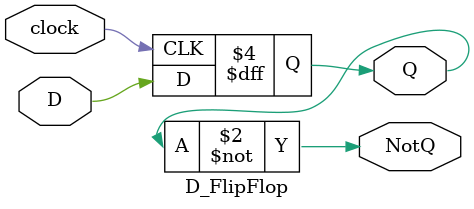
<source format=v>
`timescale 1ns / 1ps

module D_FlipFlop(
    input D,
    input clock,
    output reg Q,
    output NotQ
);

    initial begin
        Q <= 0;
    end
    
    always @(posedge clock)
        Q <= D;
        
    assign NotQ = ~Q;
    
endmodule

</source>
